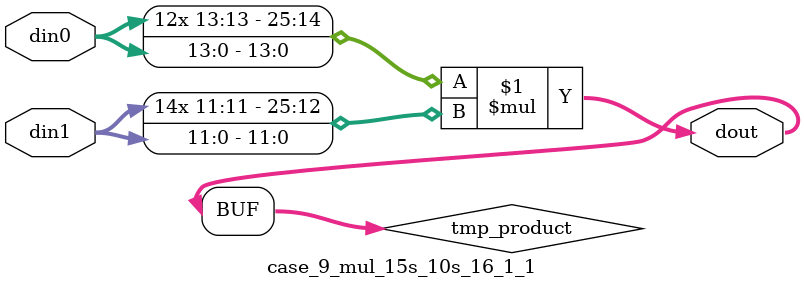
<source format=v>

`timescale 1 ns / 1 ps

 module case_9_mul_15s_10s_16_1_1(din0, din1, dout);
parameter ID = 1;
parameter NUM_STAGE = 0;
parameter din0_WIDTH = 14;
parameter din1_WIDTH = 12;
parameter dout_WIDTH = 26;

input [din0_WIDTH - 1 : 0] din0; 
input [din1_WIDTH - 1 : 0] din1; 
output [dout_WIDTH - 1 : 0] dout;

wire signed [dout_WIDTH - 1 : 0] tmp_product;



























assign tmp_product = $signed(din0) * $signed(din1);








assign dout = tmp_product;





















endmodule

</source>
